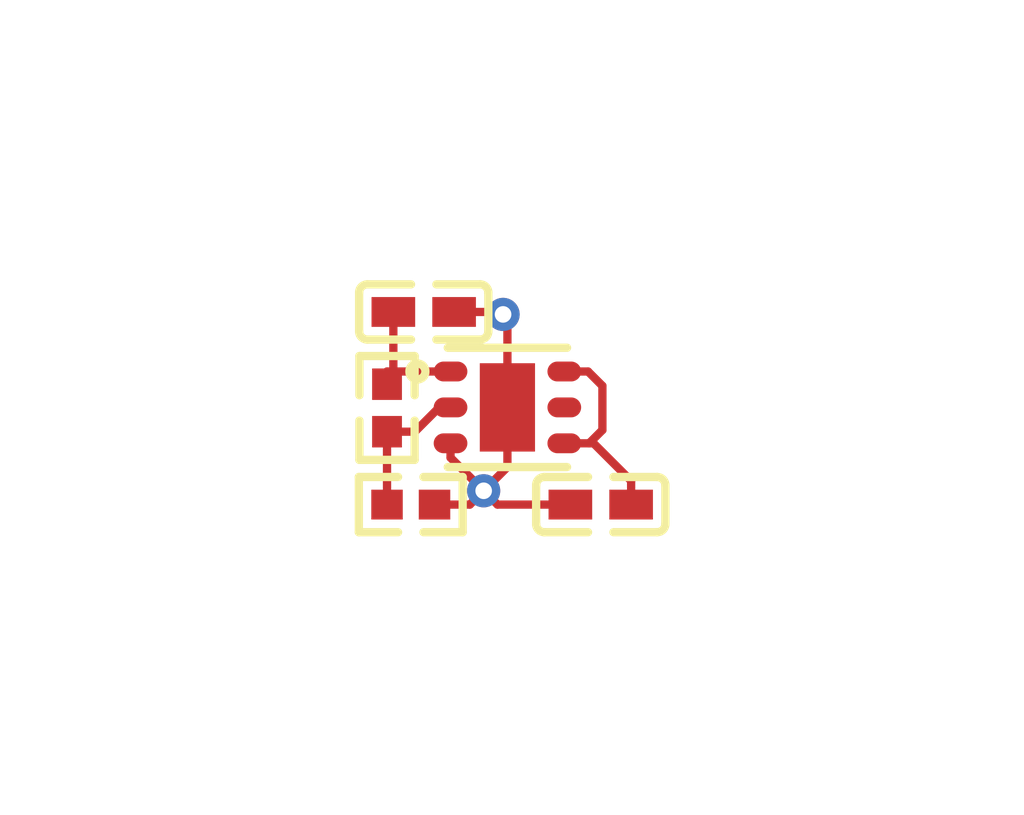
<source format=kicad_pcb>
(kicad_pcb (version 20241229) (generator "pcbnew") (generator_version "9.0")
  (layers (0 "F.Cu" signal) (2 "B.Cu" signal) (13 "F.Paste" user) (15 "B.Paste" user) (5 "F.SilkS" user "F.Silkscreen") (7 "B.SilkS" user "B.Silkscreen") (1 "F.Mask" user) (3 "B.Mask" user) (25 "Edge.Cuts" user))
  (net 0 "")
  (net 1 "DNC")
  (net 2 "FB")
  (net 3 "gnd")
  (net 4 "EN")
  (net 5 "OUT")
  (footprint "UNI_ROYAL_0402WGF1002TCE:R0402" (layer "F.Cu") (at 158.75 91.25 -90)
    (property "Reference" "R2" (hide yes))
    (property "Value" "10kΩ ±1% 62.5mW")
    (fp_line (start -0.94 0.5) (end -0.94 -0.5) (stroke (width 0.15)) (layer "F.SilkS"))
    (fp_line (start -0.23 0.5) (end -0.94 0.5) (stroke (width 0.15)) (layer "F.SilkS"))
    (fp_line (start 0.23 0.5) (end 0.94 0.5) (stroke (width 0.15)) (layer "F.SilkS"))
    (fp_line (start 0.94 0.5) (end 0.94 -0.5) (stroke (width 0.15)) (layer "F.SilkS"))
    (fp_line (start -0.94 -0.5) (end -0.23 -0.5) (stroke (width 0.15)) (layer "F.SilkS"))
    (fp_line (start 0.94 -0.5) (end 0.23 -0.5) (stroke (width 0.15)) (layer "F.SilkS"))
    (pad "1" smd rect (at -0.43 0 270) (size 0.57 0.54) (layers "F.Cu" "F.Mask" "F.Paste") (net 5 "OUT"))
    (pad "2" smd rect (at 0.43 0 270) (size 0.57 0.54) (layers "F.Cu" "F.Mask" "F.Paste") (net 2 "FB"))
  )
  (footprint "Samsung_Electro_Mechanics_CL05A105KA5NQNC:C0402" (layer "F.Cu") (at 162.62 93 180)
    (property "Reference" "C1" (hide yes))
    (property "Value" "1µF ±10% 25V X5R")
    (fp_line (start 1.17 0.349999) (end 1.17 -0.349999) (stroke (width 0.15)) (layer "F.SilkS"))
    (fp_line (start 1.02 -0.499999) (end 0.23 -0.5) (stroke (width 0.15)) (layer "F.SilkS"))
    (fp_line (start 0.23 0.5) (end 1.02 0.499999) (stroke (width 0.15)) (layer "F.SilkS"))
    (fp_line (start -0.23 0.5) (end -1.02 0.499999) (stroke (width 0.15)) (layer "F.SilkS"))
    (fp_line (start -1.02 -0.499999) (end -0.23 -0.5) (stroke (width 0.15)) (layer "F.SilkS"))
    (fp_line (start -1.17 0.349999) (end -1.17 -0.349999) (stroke (width 0.15)) (layer "F.SilkS"))
    (fp_arc (start 1.17 0.349999) (mid 1.126066 0.456065) (end 1.02 0.499999) (stroke (width 0.15)) (layer "F.SilkS"))
    (fp_arc (start 1.02 -0.499999) (mid 1.126066 -0.456065) (end 1.17 -0.349999) (stroke (width 0.15)) (layer "F.SilkS"))
    (fp_arc (start -1.02 0.499999) (mid -1.126066 0.456065) (end -1.17 0.349999) (stroke (width 0.15)) (layer "F.SilkS"))
    (fp_arc (start -1.17 -0.349999) (mid -1.126066 -0.456065) (end -1.02 -0.499999) (stroke (width 0.15)) (layer "F.SilkS"))
    (pad "1" smd rect (at -0.55 0 180) (size 0.79 0.54) (layers "F.Cu" "F.Mask" "F.Paste") (net 4 "EN"))
    (pad "2" smd rect (at 0.55 0 180) (size 0.79 0.54) (layers "F.Cu" "F.Mask" "F.Paste") (net 3 "gnd"))
  )
  (footprint "UNI_ROYAL_0402WGF1002TCE:R0402" (layer "F.Cu") (at 159.18 93 0)
    (property "Reference" "R1" (hide yes))
    (property "Value" "10kΩ ±1% 62.5mW")
    (fp_line (start -0.94 -0.5) (end -0.23 -0.5) (stroke (width 0.15)) (layer "F.SilkS"))
    (fp_line (start -0.94 0.5) (end -0.94 -0.5) (stroke (width 0.15)) (layer "F.SilkS"))
    (fp_line (start -0.23 0.5) (end -0.94 0.5) (stroke (width 0.15)) (layer "F.SilkS"))
    (fp_line (start 0.23 0.5) (end 0.94 0.5) (stroke (width 0.15)) (layer "F.SilkS"))
    (fp_line (start 0.94 -0.5) (end 0.23 -0.5) (stroke (width 0.15)) (layer "F.SilkS"))
    (fp_line (start 0.94 0.5) (end 0.94 -0.5) (stroke (width 0.15)) (layer "F.SilkS"))
    (pad "1" smd rect (at -0.43 0 0) (size 0.57 0.54) (layers "F.Cu" "F.Mask" "F.Paste") (net 2 "FB"))
    (pad "2" smd rect (at 0.43 0 0) (size 0.57 0.54) (layers "F.Cu" "F.Mask" "F.Paste") (net 3 "gnd"))
  )
  (footprint "Samsung_Electro_Mechanics_CL05A105KA5NQNC:C0402" (layer "F.Cu") (at 159.414604 89.511861 0)
    (property "Reference" "C2" (hide yes))
    (property "Value" "1µF ±10% 25V X5R")
    (fp_line (start -1.17 0.35) (end -1.17 -0.35) (stroke (width 0.15)) (layer "F.SilkS"))
    (fp_line (start -1.02 -0.5) (end -0.23 -0.5) (stroke (width 0.15)) (layer "F.SilkS"))
    (fp_line (start -0.23 0.5) (end -1.02 0.5) (stroke (width 0.15)) (layer "F.SilkS"))
    (fp_line (start 0.23 0.5) (end 1.02 0.5) (stroke (width 0.15)) (layer "F.SilkS"))
    (fp_line (start 1.02 -0.5) (end 0.23 -0.5) (stroke (width 0.15)) (layer "F.SilkS"))
    (fp_line (start 1.17 0.35) (end 1.17 -0.35) (stroke (width 0.15)) (layer "F.SilkS"))
    (fp_arc (start -1.17 -0.35) (mid -1.126066 -0.456066) (end -1.02 -0.5) (stroke (width 0.15)) (layer "F.SilkS"))
    (fp_arc (start -1.02 0.5) (mid -1.126066 0.456066) (end -1.17 0.35) (stroke (width 0.15)) (layer "F.SilkS"))
    (fp_arc (start 1.02 -0.5) (mid 1.126066 -0.456066) (end 1.17 -0.35) (stroke (width 0.15)) (layer "F.SilkS"))
    (fp_arc (start 1.17 0.35) (mid 1.126066 0.456066) (end 1.02 0.5) (stroke (width 0.15)) (layer "F.SilkS"))
    (pad "1" smd rect (at -0.55 0 0) (size 0.79 0.54) (layers "F.Cu" "F.Mask" "F.Paste") (net 5 "OUT"))
    (pad "2" smd rect (at 0.55 0 0) (size 0.79 0.54) (layers "F.Cu" "F.Mask" "F.Paste") (net 3 "gnd"))
  )
  (footprint "Texas_Instruments_TLV75901PDRVR:WSON-6_L2.0-W2.0-P0.65-TL-EP" (layer "F.Cu") (at 160.93 91.24 0)
    (property "Reference" "U1" (hide yes))
    (property "Value" "")
    (fp_line (start -1.08 -1.08) (end 1.08 -1.08) (stroke (width 0.15)) (layer "F.SilkS"))
    (fp_line (start -1.08 1.08) (end 1.08 1.08) (stroke (width 0.15)) (layer "F.SilkS"))
    (fp_circle (center -1.63 -0.65) (end -1.56 -0.65) (stroke (width 0.15)) (fill no) (layer "F.SilkS"))
    (pad "1" smd oval (at -1.03 -0.65 270) (size 0.36 0.61) (layers "F.Cu" "F.Mask" "F.Paste") (net 5 "OUT"))
    (pad "2" smd oval (at -1.03 0 270) (size 0.36 0.61) (layers "F.Cu" "F.Mask" "F.Paste") (net 2 "FB"))
    (pad "3" smd oval (at -1.03 0.65 270) (size 0.36 0.61) (layers "F.Cu" "F.Mask" "F.Paste") (net 3 "gnd"))
    (pad "4" smd oval (at 1.03 0.65 270) (size 0.36 0.61) (layers "F.Cu" "F.Mask" "F.Paste") (net 4 "EN"))
    (pad "5" smd oval (at 1.03 0 270) (size 0.36 0.61) (layers "F.Cu" "F.Mask" "F.Paste") (net 1 "DNC"))
    (pad "6" smd oval (at 1.03 -0.65 270) (size 0.36 0.61) (layers "F.Cu" "F.Mask" "F.Paste") (net 4 "EN"))
    (pad "7" smd rect (at 0 0 0) (size 1 1.6) (layers "F.Cu" "F.Mask" "F.Paste") (net 3 "gnd"))
  )
  (via (at 160.5 92.75) (size 0.6) (drill 0.3) (layers "F.Cu" "B.Cu") (net 3))
  (via (at 160.851543 89.556211) (size 0.6) (drill 0.3) (layers "F.Cu" "B.Cu") (net 3))
  (segment (start 158.75 91.68) (end 158.75 93) (width 0.15) (net 2) (layer "F.Cu"))
  (segment (start 159.255 91.68) (end 158.75 91.68) (width 0.15) (net 2) (layer "F.Cu"))
  (segment (start 159.9 91.24) (end 159.695 91.24) (width 0.15) (net 2) (layer "F.Cu"))
  (segment (start 159.695 91.24) (end 159.255 91.68) (width 0.15) (net 2) (layer "F.Cu"))
  (segment (start 159.9 92.15) (end 160.5 92.75) (width 0.15) (net 3) (layer "F.Cu"))
  (segment (start 159.9 91.89) (end 159.9 92.15) (width 0.15) (net 3) (layer "F.Cu"))
  (segment (start 160.851543 89.556211) (end 160.93 89.634668) (width 0.15) (net 3) (layer "F.Cu"))
  (segment (start 160.75 93) (end 160.5 92.75) (width 0.15) (net 3) (layer "F.Cu"))
  (segment (start 160.93 91.24) (end 160.93 92.32) (width 0.15) (net 3) (layer "F.Cu"))
  (segment (start 159.61 93) (end 160.25 93) (width 0.15) (net 3) (layer "F.Cu"))
  (segment (start 162.07 93) (end 160.75 93) (width 0.15) (net 3) (layer "F.Cu"))
  (segment (start 160.25 93) (end 160.5 92.75) (width 0.15) (net 3) (layer "F.Cu"))
  (segment (start 159.964604 89.511861) (end 160.807193 89.511861) (width 0.15) (net 3) (layer "F.Cu"))
  (segment (start 160.807193 89.511861) (end 160.851543 89.556211) (width 0.15) (net 3) (layer "F.Cu"))
  (segment (start 160.93 89.634668) (end 160.93 91.24) (width 0.15) (net 3) (layer "F.Cu"))
  (segment (start 160.93 92.32) (end 160.5 92.75) (width 0.15) (net 3) (layer "F.Cu"))
  (segment (start 162.65 91.65) (end 162.65 90.85) (width 0.15) (net 4) (layer "F.Cu"))
  (segment (start 161.96 91.89) (end 162.41 91.89) (width 0.15) (net 4) (layer "F.Cu"))
  (segment (start 162.49 91.89) (end 162.41 91.89) (width 0.15) (net 4) (layer "F.Cu"))
  (segment (start 161.96 90.59) (end 162.39 90.59) (width 0.15) (net 4) (layer "F.Cu"))
  (segment (start 162.41 91.89) (end 162.65 91.65) (width 0.15) (net 4) (layer "F.Cu"))
  (segment (start 163.17 92.57) (end 162.49 91.89) (width 0.15) (net 4) (layer "F.Cu"))
  (segment (start 163.17 93) (end 163.17 92.57) (width 0.15) (net 4) (layer "F.Cu"))
  (segment (start 162.39 90.59) (end 162.65 90.85) (width 0.15) (net 4) (layer "F.Cu"))
  (segment (start 158.864604 89.511861) (end 158.864604 90.705396) (width 0.15) (net 5) (layer "F.Cu"))
  (segment (start 158.75 90.59) (end 158.75 90.82) (width 0.15) (net 5) (layer "F.Cu"))
  (segment (start 158.864604 90.705396) (end 158.75 90.82) (width 0.15) (net 5) (layer "F.Cu"))
  (segment (start 159.9 90.59) (end 158.75 90.59) (width 0.15) (net 5) (layer "F.Cu"))
)
</source>
